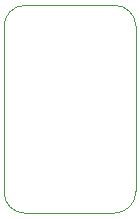
<source format=gm1>
%TF.GenerationSoftware,KiCad,Pcbnew,(6.0.1)*%
%TF.CreationDate,2022-04-12T16:53:34-07:00*%
%TF.ProjectId,regulator_v3,72656775-6c61-4746-9f72-5f76332e6b69,rev?*%
%TF.SameCoordinates,Original*%
%TF.FileFunction,Profile,NP*%
%FSLAX46Y46*%
G04 Gerber Fmt 4.6, Leading zero omitted, Abs format (unit mm)*
G04 Created by KiCad (PCBNEW (6.0.1)) date 2022-04-12 16:53:34*
%MOMM*%
%LPD*%
G01*
G04 APERTURE LIST*
%TA.AperFunction,Profile*%
%ADD10C,0.100000*%
%TD*%
G04 APERTURE END LIST*
D10*
X134366000Y-60960000D02*
X141922500Y-60960000D01*
X134366000Y-43369367D02*
X141986000Y-43370500D01*
X143764000Y-59118500D02*
X143764000Y-45148500D01*
X132588000Y-59182000D02*
G75*
G03*
X134366000Y-60960000I1778000J0D01*
G01*
X143764000Y-45148500D02*
G75*
G03*
X141986000Y-43370500I-1778000J0D01*
G01*
X134366000Y-43369367D02*
G75*
G03*
X132588001Y-45212000I0J-1779133D01*
G01*
X132588000Y-59182000D02*
X132588001Y-45212000D01*
X141922500Y-60960000D02*
G75*
G03*
X143764000Y-59118500I0J1841500D01*
G01*
M02*

</source>
